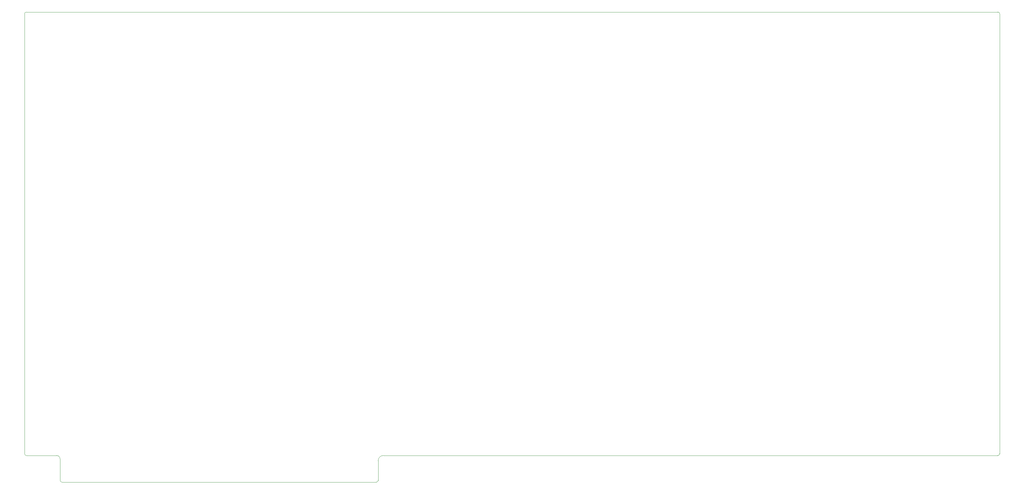
<source format=gm1>
%TF.GenerationSoftware,KiCad,Pcbnew,7.0.6*%
%TF.CreationDate,2023-07-15T00:45:44+02:00*%
%TF.ProjectId,k-1008-visable-memory,6b2d3130-3038-42d7-9669-7361626c652d,rev?*%
%TF.SameCoordinates,Original*%
%TF.FileFunction,Profile,NP*%
%FSLAX46Y46*%
G04 Gerber Fmt 4.6, Leading zero omitted, Abs format (unit mm)*
G04 Created by KiCad (PCBNEW 7.0.6) date 2023-07-15 00:45:44*
%MOMM*%
%LPD*%
G01*
G04 APERTURE LIST*
%TA.AperFunction,Profile*%
%ADD10C,0.100000*%
%TD*%
G04 APERTURE END LIST*
D10*
X349940000Y-193090000D02*
G75*
G03*
X350440000Y-192590000I0J500000D01*
G01*
X71490000Y-66590000D02*
X71490000Y-192590000D01*
X81650000Y-194090000D02*
G75*
G03*
X80650000Y-193090000I-1000000J0D01*
G01*
X81650000Y-200210000D02*
G75*
G03*
X82150000Y-200710000I500000J0D01*
G01*
X349940000Y-66090000D02*
X71990000Y-66090000D01*
X172150000Y-200710000D02*
G75*
G03*
X172650000Y-200210000I0J500000D01*
G01*
X172650000Y-200210000D02*
X172650000Y-194590000D01*
X81650000Y-194090000D02*
X81650000Y-200210000D01*
X174150000Y-193090000D02*
X349940000Y-193090000D01*
X71490000Y-192590000D02*
G75*
G03*
X71990000Y-193090000I500000J0D01*
G01*
X71990000Y-193090000D02*
X80650000Y-193090000D01*
X350440000Y-66590000D02*
G75*
G03*
X349940000Y-66090000I-500000J0D01*
G01*
X71990000Y-66090000D02*
G75*
G03*
X71490000Y-66590000I0J-500000D01*
G01*
X82150000Y-200710000D02*
X172150000Y-200710000D01*
X174150000Y-193090000D02*
G75*
G03*
X172650000Y-194590000I0J-1500000D01*
G01*
X350440000Y-192590000D02*
X350440000Y-66590000D01*
M02*

</source>
